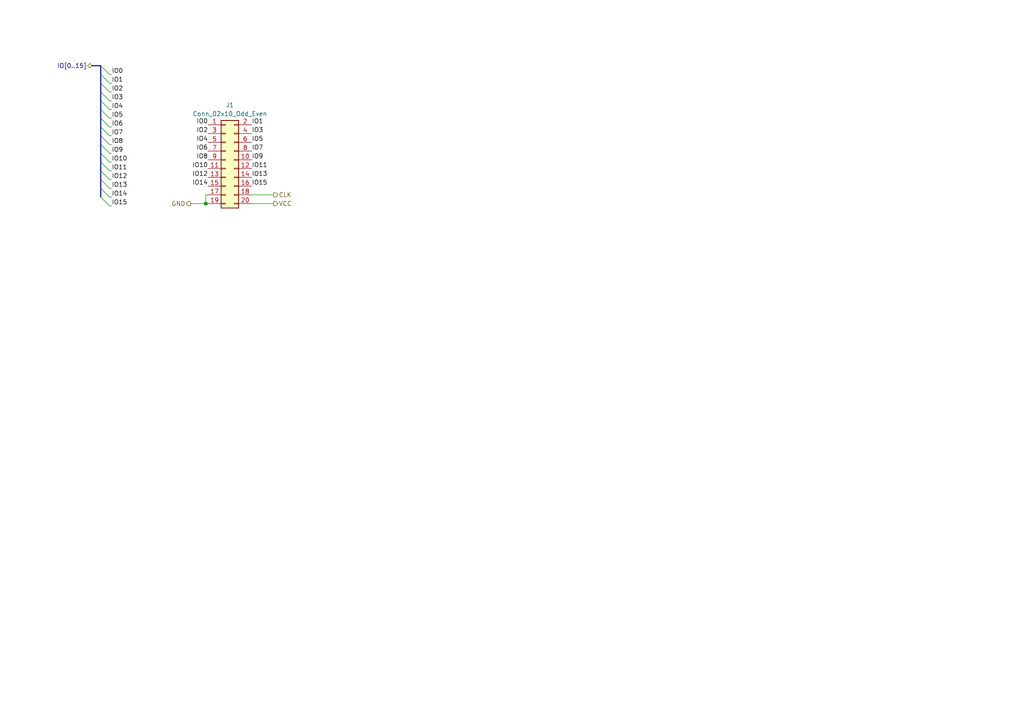
<source format=kicad_sch>
(kicad_sch (version 20231120) (generator "eeschema") (generator_version "8.0")
  (paper "A4")
  (lib_symbols
    (symbol "Connector_Generic:Conn_02x10_Odd_Even" (pin_names (offset 1.016) hide)
      (property "Reference" "J" (at 1.27 12.7 0))
      (property "Value" "Conn_02x10_Odd_Even" (at 1.27 -15.24 0))
      (symbol "Conn_02x10_Odd_Even_1_1"
        (rectangle (start -1.27 -12.573) (end 0 -12.827) (stroke (width 0.1524)))
        (rectangle (start -1.27 -10.033) (end 0 -10.287) (stroke (width 0.1524)))
        (rectangle (start -1.27 -7.493) (end 0 -7.747) (stroke (width 0.1524)))
        (rectangle (start -1.27 -4.953) (end 0 -5.207) (stroke (width 0.1524)))
        (rectangle (start -1.27 -2.413) (end 0 -2.667) (stroke (width 0.1524)))
        (rectangle (start -1.27 0.127) (end 0 -0.127) (stroke (width 0.1524)))
        (rectangle (start -1.27 2.667) (end 0 2.413) (stroke (width 0.1524)))
        (rectangle (start -1.27 5.207) (end 0 4.953) (stroke (width 0.1524)))
        (rectangle (start -1.27 7.747) (end 0 7.493) (stroke (width 0.1524)))
        (rectangle (start -1.27 10.287) (end 0 10.033) (stroke (width 0.1524)))
        (rectangle (start -1.27 11.43) (end 3.81 -13.97) (stroke (width 0.254)) (fill (type background)))
        (rectangle (start 3.81 -12.573) (end 2.54 -12.827) (stroke (width 0.1524)))
        (rectangle (start 3.81 -10.033) (end 2.54 -10.287) (stroke (width 0.1524)))
        (rectangle (start 3.81 -7.493) (end 2.54 -7.747) (stroke (width 0.1524)))
        (rectangle (start 3.81 -4.953) (end 2.54 -5.207) (stroke (width 0.1524)))
        (rectangle (start 3.81 -2.413) (end 2.54 -2.667) (stroke (width 0.1524)))
        (rectangle (start 3.81 0.127) (end 2.54 -0.127) (stroke (width 0.1524)))
        (rectangle (start 3.81 2.667) (end 2.54 2.413) (stroke (width 0.1524)))
        (rectangle (start 3.81 5.207) (end 2.54 4.953) (stroke (width 0.1524)))
        (rectangle (start 3.81 7.747) (end 2.54 7.493) (stroke (width 0.1524)))
        (rectangle (start 3.81 10.287) (end 2.54 10.033) (stroke (width 0.1524)))
        (pin passive line (at -5.08 10.16 0) (length 3.81) (name "Pin_1") (number "1"))
        (pin passive line (at 7.62 0 180) (length 3.81) (name "Pin_10") (number "10"))
        (pin passive line (at -5.08 -2.54 0) (length 3.81) (name "Pin_11") (number "11"))
        (pin passive line (at 7.62 -2.54 180) (length 3.81) (name "Pin_12") (number "12"))
        (pin passive line (at -5.08 -5.08 0) (length 3.81) (name "Pin_13") (number "13"))
        (pin passive line (at 7.62 -5.08 180) (length 3.81) (name "Pin_14") (number "14"))
        (pin passive line (at -5.08 -7.62 0) (length 3.81) (name "Pin_15") (number "15"))
        (pin passive line (at 7.62 -7.62 180) (length 3.81) (name "Pin_16") (number "16"))
        (pin passive line (at -5.08 -10.16 0) (length 3.81) (name "Pin_17") (number "17"))
        (pin passive line (at 7.62 -10.16 180) (length 3.81) (name "Pin_18") (number "18"))
        (pin passive line (at -5.08 -12.7 0) (length 3.81) (name "Pin_19") (number "19"))
        (pin passive line (at 7.62 10.16 180) (length 3.81) (name "Pin_2") (number "2"))
        (pin passive line (at 7.62 -12.7 180) (length 3.81) (name "Pin_20") (number "20"))
        (pin passive line (at -5.08 7.62 0) (length 3.81) (name "Pin_3") (number "3"))
        (pin passive line (at 7.62 7.62 180) (length 3.81) (name "Pin_4") (number "4"))
        (pin passive line (at -5.08 5.08 0) (length 3.81) (name "Pin_5") (number "5"))
        (pin passive line (at 7.62 5.08 180) (length 3.81) (name "Pin_6") (number "6"))
        (pin passive line (at -5.08 2.54 0) (length 3.81) (name "Pin_7") (number "7"))
        (pin passive line (at 7.62 2.54 180) (length 3.81) (name "Pin_8") (number "8"))
        (pin passive line (at -5.08 0 0) (length 3.81) (name "Pin_9") (number "9"))
      )
    )
  )
  (junction (at 59.69 59.055))
  (bus_entry (at 29.21 24.13) (size 2.54 2.54))
  (bus_entry (at 29.21 29.21) (size 2.54 2.54))
  (bus_entry (at 29.21 39.37) (size 2.54 2.54))
  (bus_entry (at 29.21 26.67) (size 2.54 2.54))
  (bus_entry (at 29.21 52.07) (size 2.54 2.54))
  (bus_entry (at 29.21 54.61) (size 2.54 2.54))
  (bus_entry (at 29.21 31.75) (size 2.54 2.54))
  (bus_entry (at 29.21 46.99) (size 2.54 2.54))
  (bus_entry (at 29.21 36.83) (size 2.54 2.54))
  (bus_entry (at 29.21 21.59) (size 2.54 2.54))
  (bus_entry (at 29.21 49.53) (size 2.54 2.54))
  (bus_entry (at 29.21 34.29) (size 2.54 2.54))
  (bus_entry (at 29.21 44.45) (size 2.54 2.54))
  (bus_entry (at 29.21 41.91) (size 2.54 2.54))
  (bus_entry (at 29.21 57.15) (size 2.54 2.54))
  (bus_entry (at 29.21 19.05) (size 2.54 2.54))
  (wire (pts (xy 31.75 41.91) (xy 32.385 41.91)))
  (wire (pts (xy 55.245 59.055) (xy 59.69 59.055)))
  (bus (pts (xy 29.21 21.59) (xy 29.21 24.13)))
  (wire (pts (xy 31.75 52.07) (xy 32.385 52.07)))
  (bus (pts (xy 29.21 46.99) (xy 29.21 49.53)))
  (bus (pts (xy 29.21 26.67) (xy 29.21 29.21)))
  (wire (pts (xy 31.75 49.53) (xy 32.385 49.53)))
  (bus (pts (xy 29.21 54.61) (xy 29.21 57.15)))
  (wire (pts (xy 31.75 54.61) (xy 32.385 54.61)))
  (wire (pts (xy 31.75 59.69) (xy 32.385 59.69)))
  (bus (pts (xy 29.21 19.05) (xy 29.21 21.59)))
  (wire (pts (xy 31.75 29.21) (xy 32.385 29.21)))
  (wire (pts (xy 31.75 57.15) (xy 32.385 57.15)))
  (wire (pts (xy 31.75 26.67) (xy 32.385 26.67)))
  (bus (pts (xy 29.21 34.29) (xy 29.21 36.83)))
  (wire (pts (xy 31.75 34.29) (xy 32.385 34.29)))
  (bus (pts (xy 29.21 49.53) (xy 29.21 52.07)))
  (wire (pts (xy 59.69 59.055) (xy 60.325 59.055)))
  (bus (pts (xy 29.21 52.07) (xy 29.21 54.61)))
  (wire (pts (xy 31.75 21.59) (xy 32.385 21.59)))
  (bus (pts (xy 26.67 19.05) (xy 29.21 19.05)))
  (wire (pts (xy 31.75 31.75) (xy 32.385 31.75)))
  (bus (pts (xy 29.21 31.75) (xy 29.21 34.29)))
  (wire (pts (xy 31.75 24.13) (xy 32.385 24.13)))
  (bus (pts (xy 29.21 41.91) (xy 29.21 44.45)))
  (wire (pts (xy 59.69 56.515) (xy 59.69 59.055)))
  (wire (pts (xy 31.75 39.37) (xy 32.385 39.37)))
  (wire (pts (xy 31.75 46.99) (xy 32.385 46.99)))
  (bus (pts (xy 29.21 36.83) (xy 29.21 39.37)))
  (wire (pts (xy 60.325 56.515) (xy 59.69 56.515)))
  (bus (pts (xy 29.21 39.37) (xy 29.21 41.91)))
  (wire (pts (xy 31.75 36.83) (xy 32.385 36.83)))
  (bus (pts (xy 29.21 24.13) (xy 29.21 26.67)))
  (bus (pts (xy 29.21 29.21) (xy 29.21 31.75)))
  (wire (pts (xy 73.025 59.055) (xy 79.375 59.055)))
  (wire (pts (xy 73.025 56.515) (xy 79.375 56.515)))
  (wire (pts (xy 31.75 44.45) (xy 32.385 44.45)))
  (bus (pts (xy 29.21 44.45) (xy 29.21 46.99)))
  (label "IO10" (at 32.385 46.99 0))
  (label "IO2" (at 32.385 26.67 0))
  (label "IO12" (at 60.325 51.435 180))
  (label "IO3" (at 73.025 38.735 0))
  (label "IO10" (at 60.325 48.895 180))
  (label "IO13" (at 73.025 51.435 0))
  (label "IO14" (at 60.325 53.975 180))
  (label "IO11" (at 73.025 48.895 0))
  (label "IO8" (at 32.385 41.91 0))
  (label "IO14" (at 32.385 57.15 0))
  (label "IO1" (at 73.025 36.195 0))
  (label "IO1" (at 32.385 24.13 0))
  (label "IO7" (at 73.025 43.815 0))
  (label "IO5" (at 32.385 34.29 0))
  (label "IO2" (at 60.325 38.735 180))
  (label "IO15" (at 73.025 53.975 0))
  (label "IO6" (at 60.325 43.815 180))
  (label "IO6" (at 32.385 36.83 0))
  (label "IO5" (at 73.025 41.275 0))
  (label "IO4" (at 60.325 41.275 180))
  (label "IO12" (at 32.385 52.07 0))
  (label "IO0" (at 32.385 21.59 0))
  (label "IO0" (at 60.325 36.195 180))
  (label "IO13" (at 32.385 54.61 0))
  (label "IO4" (at 32.385 31.75 0))
  (label "IO9" (at 73.025 46.355 0))
  (label "IO9" (at 32.385 44.45 0))
  (label "IO8" (at 60.325 46.355 180))
  (label "IO3" (at 32.385 29.21 0))
  (label "IO7" (at 32.385 39.37 0))
  (label "IO11" (at 32.385 49.53 0))
  (label "IO15" (at 32.385 59.69 0))
  (hierarchical_label "IO[0..15]" (shape bidirectional) (at 26.67 19.05 180))
  (hierarchical_label "GND" (shape output) (at 55.245 59.055 180))
  (hierarchical_label "VCC" (shape output) (at 79.375 59.055 0))
  (hierarchical_label "CLK" (shape output) (at 79.375 56.515 0))
  (symbol (lib_id "Connector_Generic:Conn_02x10_Odd_Even") (at 65.405 46.355 0) (unit 1)
    (property "Reference" "J1" (at 66.675 30.48 0))
    (property "Value" "Conn_02x10_Odd_Even" (at 66.675 33.02 0))
    (property "Footprint" "Connector_IDC:IDC-Header_2x10_P2.54mm_Vertical" (effects (hide yes)))
    (property "Description" "Generic connector, double row, 02x10, odd/even pin numbering scheme (row 1 odd numbers, row 2 even numbers), script generated (kicad-library-utils/schlib/autogen/connector/)" (effects (hide yes)))
  )
)
</source>
